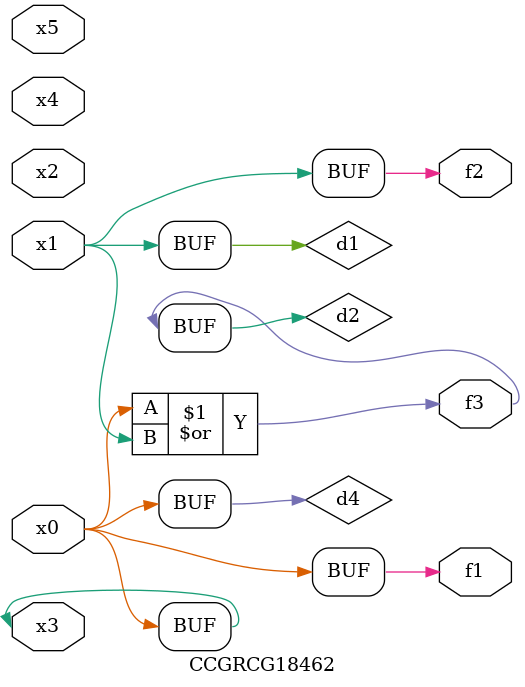
<source format=v>
module CCGRCG18462(
	input x0, x1, x2, x3, x4, x5,
	output f1, f2, f3
);

	wire d1, d2, d3, d4;

	and (d1, x1);
	or (d2, x0, x1);
	nand (d3, x0, x5);
	buf (d4, x0, x3);
	assign f1 = d4;
	assign f2 = d1;
	assign f3 = d2;
endmodule

</source>
